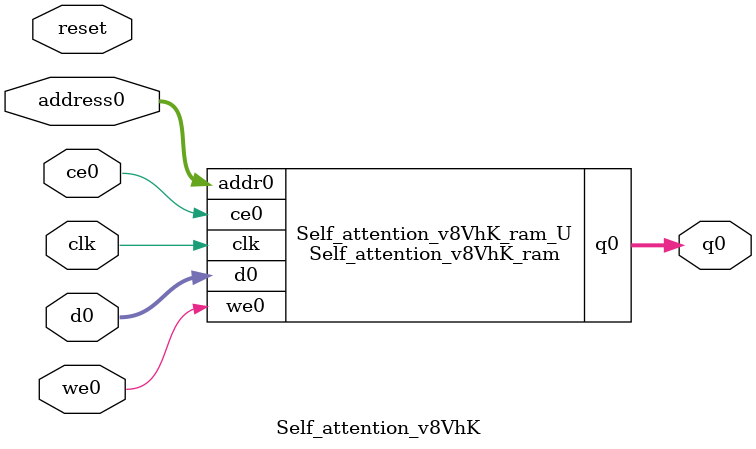
<source format=v>
`timescale 1 ns / 1 ps
module Self_attention_v8VhK_ram (addr0, ce0, d0, we0, q0,  clk);

parameter DWIDTH = 32;
parameter AWIDTH = 6;
parameter MEM_SIZE = 48;

input[AWIDTH-1:0] addr0;
input ce0;
input[DWIDTH-1:0] d0;
input we0;
output reg[DWIDTH-1:0] q0;
input clk;

(* ram_style = "block" *)reg [DWIDTH-1:0] ram[0:MEM_SIZE-1];




always @(posedge clk)  
begin 
    if (ce0) begin
        if (we0) 
            ram[addr0] <= d0; 
        q0 <= ram[addr0];
    end
end


endmodule

`timescale 1 ns / 1 ps
module Self_attention_v8VhK(
    reset,
    clk,
    address0,
    ce0,
    we0,
    d0,
    q0);

parameter DataWidth = 32'd32;
parameter AddressRange = 32'd48;
parameter AddressWidth = 32'd6;
input reset;
input clk;
input[AddressWidth - 1:0] address0;
input ce0;
input we0;
input[DataWidth - 1:0] d0;
output[DataWidth - 1:0] q0;



Self_attention_v8VhK_ram Self_attention_v8VhK_ram_U(
    .clk( clk ),
    .addr0( address0 ),
    .ce0( ce0 ),
    .we0( we0 ),
    .d0( d0 ),
    .q0( q0 ));

endmodule


</source>
